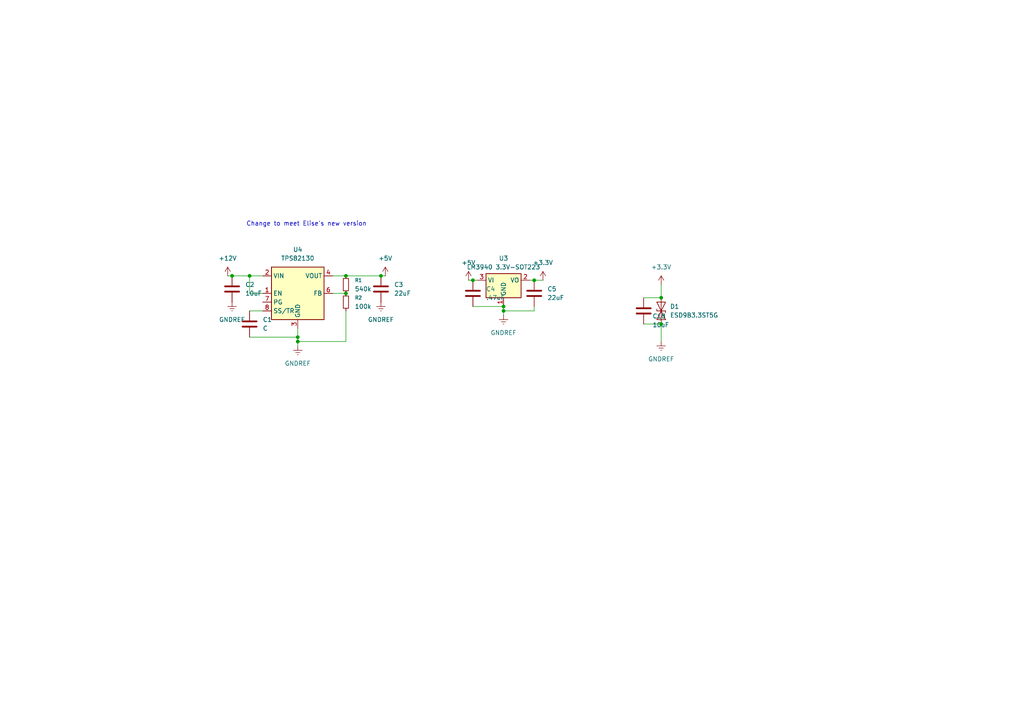
<source format=kicad_sch>
(kicad_sch (version 20250114) (generator "eeschema") (generator_version "9.0")
  (paper "A4")
  (title_block (title "Power Component Schematic") (date "2025-10-01") (company "CanaryCap") (comment 1 "Sebastian Arthur / Elise Bauerschmidt"))
  (lib_symbols
    (symbol "Device:C" (pin_numbers (hide yes)) (pin_names (offset 0.254))
      (property "Reference" "C" (at 0.635 2.54 0))
      (property "Value" "C" (at 0.635 -2.54 0))
      (symbol "C_0_1"
        (polyline (pts (xy -2.032 0.762) (xy 2.032 0.762)) (stroke (width 0.508)))
        (polyline (pts (xy -2.032 -0.762) (xy 2.032 -0.762)) (stroke (width 0.508)))
      )
      (symbol "C_1_1"
        (pin passive line (at 0 3.81 270) (length 2.794) (name "~") (number "1"))
        (pin passive line (at 0 -3.81 90) (length 2.794) (name "~") (number "2"))
      )
    )
    (symbol "Device:R_Small" (pin_numbers (hide yes)) (pin_names (offset 0.254) (hide yes))
      (property "Reference" "R" (at 0 0 90))
      (property "Value" "R_Small" (at 1.778 0 90))
      (symbol "R_Small_0_1"
        (rectangle (start -0.762 1.778) (end 0.762 -1.778) (stroke (width 0.2032)))
      )
      (symbol "R_Small_1_1"
        (pin passive line (at 0 2.54 270) (length 0.762) (name "~") (number "1"))
        (pin passive line (at 0 -2.54 90) (length 0.762) (name "~") (number "2"))
      )
    )
    (symbol "Diode:ESD9B3.3ST5G" (pin_numbers (hide yes)) (pin_names (offset 1.016) (hide yes))
      (property "Reference" "D" (at 0 2.54 0))
      (property "Value" "ESD9B3.3ST5G" (at 0 -2.54 0))
      (symbol "ESD9B3.3ST5G_0_1"
        (polyline (pts (xy -2.54 -1.27) (xy 0 0) (xy -2.54 1.27) (xy -2.54 -1.27)) (stroke (width 0.2032)))
        (polyline (pts (xy 0.508 1.27) (xy 0 1.27) (xy 0 -1.27) (xy -0.508 -1.27)) (stroke (width 0.2032)))
        (polyline (pts (xy 1.27 0) (xy -1.27 0)))
        (polyline (pts (xy 2.54 1.27) (xy 2.54 -1.27) (xy 0 0) (xy 2.54 1.27)) (stroke (width 0.2032)))
      )
      (symbol "ESD9B3.3ST5G_1_1"
        (pin passive line (at -3.81 0 0) (length 2.54) (name "A1") (number "1"))
        (pin passive line (at 3.81 0 180) (length 2.54) (name "A2") (number "2"))
      )
    )
    (symbol "Regulator_Linear:NCP1117-3.3_SOT223"
      (property "Reference" "U" (at -3.81 3.175 0))
      (property "Value" "NCP1117-3.3_SOT223" (at 0 3.175 0))
      (symbol "NCP1117-3.3_SOT223_0_1"
        (rectangle (start -5.08 -5.08) (end 5.08 1.905) (stroke (width 0.254)) (fill (type background)))
      )
      (symbol "NCP1117-3.3_SOT223_1_1"
        (pin power_in line (at -7.62 0 0) (length 2.54) (name "VI") (number "3"))
        (pin power_in line (at 0 -7.62 90) (length 2.54) (name "GND") (number "1"))
        (pin power_out line (at 7.62 0 180) (length 2.54) (name "VO") (number "2"))
      )
    )
    (symbol "Regulator_Switching:TPS82130"
      (property "Reference" "U" (at 1.27 11.43 0))
      (property "Value" "TPS82130" (at 5.08 8.89 0))
      (symbol "TPS82130_0_1"
        (rectangle (start -7.62 7.62) (end 7.62 -7.62) (stroke (width 0.254)) (fill (type background)))
      )
      (symbol "TPS82130_1_1"
        (pin power_in line (at -10.16 5.08 0) (length 2.54) (name "VIN") (number "2"))
        (pin input line (at -10.16 0 0) (length 2.54) (name "EN") (number "1"))
        (pin open_collector line (at -10.16 -2.54 0) (length 2.54) (name "PG") (number "7"))
        (pin input line (at -10.16 -5.08 0) (length 2.54) (name "SS/TR") (number "8"))
        (pin power_in line (at 0 -10.16 90) (length 2.54) (name "GND") (number "3"))
        (pin passive line (at 0 -10.16 90) (length 2.54) (hide yes) (name "GND") (number "9"))
        (pin power_out line (at 10.16 5.08 180) (length 2.54) (name "VOUT") (number "4"))
        (pin passive line (at 10.16 5.08 180) (length 2.54) (hide yes) (name "VOUT") (number "5"))
        (pin input line (at 10.16 0 180) (length 2.54) (name "FB") (number "6"))
      )
    )
    (symbol "power:+12V" (power) (pin_numbers (hide yes)) (pin_names (offset 0) (hide yes))
      (property "Value" "+12V" (at 0 3.556 0))
      (symbol "+12V_0_1"
        (polyline (pts (xy -0.762 1.27) (xy 0 2.54)))
        (polyline (pts (xy 0 2.54) (xy 0.762 1.27)))
        (polyline (pts (xy 0 0) (xy 0 2.54)))
      )
      (symbol "+12V_1_1"
        (pin power_in line (at 0 0 90) (length 0) (name "~") (number "1"))
      )
    )
    (symbol "power:+3.3V" (power) (pin_numbers (hide yes)) (pin_names (offset 0) (hide yes))
      (property "Value" "+3.3V" (at 0 3.556 0))
      (symbol "+3.3V_0_1"
        (polyline (pts (xy -0.762 1.27) (xy 0 2.54)))
        (polyline (pts (xy 0 2.54) (xy 0.762 1.27)))
        (polyline (pts (xy 0 0) (xy 0 2.54)))
      )
      (symbol "+3.3V_1_1"
        (pin power_in line (at 0 0 90) (length 0) (name "~") (number "1"))
      )
    )
    (symbol "power:+5V" (power) (pin_numbers (hide yes)) (pin_names (offset 0) (hide yes))
      (property "Value" "+5V" (at 0 3.556 0))
      (symbol "+5V_0_1"
        (polyline (pts (xy -0.762 1.27) (xy 0 2.54)))
        (polyline (pts (xy 0 2.54) (xy 0.762 1.27)))
        (polyline (pts (xy 0 0) (xy 0 2.54)))
      )
      (symbol "+5V_1_1"
        (pin power_in line (at 0 0 90) (length 0) (name "~") (number "1"))
      )
    )
    (symbol "power:GNDREF" (power) (pin_numbers (hide yes)) (pin_names (offset 0) (hide yes))
      (property "Value" "GNDREF" (at 0 -3.81 0))
      (symbol "GNDREF_0_1"
        (polyline (pts (xy -0.635 -1.905) (xy 0.635 -1.905)))
        (polyline (pts (xy -0.127 -2.54) (xy 0.127 -2.54)))
        (polyline (pts (xy 0 -1.27) (xy 0 0)))
        (polyline (pts (xy 1.27 -1.27) (xy -1.27 -1.27)))
      )
      (symbol "GNDREF_1_1"
        (pin power_in line (at 0 0 270) (length 0) (name "~") (number "1"))
      )
    )
  )
  (text "Change to meet Elise's new version\n" (at 88.9 65.024 0) (effects (font (size 1.27 1.27))))
  (junction (at 72.39 80.01))
  (junction (at 86.36 97.79))
  (junction (at 100.33 85.09))
  (junction (at 191.77 93.98))
  (junction (at 191.77 86.36))
  (junction (at 137.16 81.28))
  (junction (at 110.49 80.01))
  (junction (at 100.33 80.01))
  (junction (at 146.05 90.17))
  (junction (at 86.36 99.06))
  (junction (at 154.94 81.28))
  (junction (at 67.31 80.01))
  (junction (at 146.05 88.9))
  (wire (pts (xy 146.05 90.17) (xy 146.05 88.9)))
  (wire (pts (xy 96.52 85.09) (xy 100.33 85.09)))
  (wire (pts (xy 135.89 81.28) (xy 137.16 81.28)))
  (wire (pts (xy 137.16 81.28) (xy 138.43 81.28)))
  (wire (pts (xy 72.39 90.17) (xy 76.2 90.17)))
  (wire (pts (xy 86.36 97.79) (xy 86.36 95.25)))
  (wire (pts (xy 86.36 99.06) (xy 86.36 97.79)))
  (wire (pts (xy 154.94 90.17) (xy 146.05 90.17)))
  (wire (pts (xy 96.52 80.01) (xy 100.33 80.01)))
  (wire (pts (xy 146.05 91.44) (xy 146.05 90.17)))
  (wire (pts (xy 100.33 90.17) (xy 100.33 99.06)))
  (wire (pts (xy 76.2 85.09) (xy 72.39 85.09)))
  (wire (pts (xy 111.76 80.01) (xy 110.49 80.01)))
  (wire (pts (xy 154.94 81.28) (xy 157.48 81.28)))
  (wire (pts (xy 86.36 100.33) (xy 86.36 99.06)))
  (wire (pts (xy 67.31 80.01) (xy 72.39 80.01)))
  (wire (pts (xy 72.39 97.79) (xy 86.36 97.79)))
  (wire (pts (xy 110.49 80.01) (xy 100.33 80.01)))
  (wire (pts (xy 72.39 80.01) (xy 76.2 80.01)))
  (wire (pts (xy 186.69 86.36) (xy 191.77 86.36)))
  (wire (pts (xy 137.16 88.9) (xy 146.05 88.9)))
  (wire (pts (xy 154.94 88.9) (xy 154.94 90.17)))
  (wire (pts (xy 66.04 80.01) (xy 67.31 80.01)))
  (wire (pts (xy 153.67 81.28) (xy 154.94 81.28)))
  (wire (pts (xy 72.39 85.09) (xy 72.39 80.01)))
  (wire (pts (xy 191.77 99.06) (xy 191.77 93.98)))
  (wire (pts (xy 100.33 99.06) (xy 86.36 99.06)))
  (wire (pts (xy 186.69 93.98) (xy 191.77 93.98)))
  (wire (pts (xy 191.77 82.55) (xy 191.77 86.36)))
  (symbol (lib_id "power:+3.3V") (at 157.48 81.28 0) (unit 1)
    (property "Reference" "#PWR07" (effects (hide yes)))
    (property "Value" "+3.3V" (at 157.48 76.2 0))
    (property "Description" "Power symbol creates a global label with name \"+3.3V\"" (effects (hide yes)))
  )
  (symbol (lib_id "power:+12V") (at 66.04 80.01 0) (unit 1)
    (property "Reference" "#PWR03" (effects (hide yes)))
    (property "Value" "+12V" (at 66.04 74.93 0))
    (property "Description" "Power symbol creates a global label with name \"+12V\"" (effects (hide yes)))
  )
  (symbol (lib_id "Device:C") (at 67.31 83.82 0) (unit 1)
    (property "Reference" "C2" (at 71.12 82.5499 0) (effects (justify left)))
    (property "Value" "10uF" (at 71.12 85.0899 0) (effects (justify left)))
    (property "Footprint" "Capacitor_SMD:C_0603_1608Metric_Pad1.08x0.95mm_HandSolder" (effects (hide yes)))
    (property "Description" "Unpolarized capacitor" (effects (hide yes)))
  )
  (symbol (lib_id "Regulator_Switching:TPS82130") (at 86.36 85.09 0) (unit 1)
    (property "Reference" "U4" (at 86.36 72.39 0))
    (property "Value" "TPS82130" (at 86.36 74.93 0))
    (property "Footprint" "Package_LGA:Texas_SIL0008D_MicroSiP-8-1EP_2.8x3mm_P0.65mm_EP1.1x1.9mm_ThermalVias" (effects (hide yes)))
    (property "Datasheet" "http://www.ti.com/lit/ds/symlink/tps82130.pdf" (effects (hide yes)))
    (property "Description" "17V Input 3A Step-Down Converter MicroSiP Module with Integrated Inductor, μSiL-8" (effects (hide yes)))
  )
  (symbol (lib_id "Device:R_Small") (at 100.33 82.55 0) (unit 1)
    (property "Reference" "R1" (at 102.87 81.2799 0) (effects (font (size 1.016 1.016)) (justify left)))
    (property "Value" "540k" (at 102.87 83.8199 0) (effects (justify left)))
    (property "Footprint" "Resistor_SMD:R_0603_1608Metric_Pad0.98x0.95mm_HandSolder" (effects (hide yes)))
    (property "Description" "Resistor, small symbol" (effects (hide yes)))
  )
  (symbol (lib_id "power:GNDREF") (at 110.49 87.63 0) (unit 1)
    (property "Reference" "#PWR010" (effects (hide yes)))
    (property "Value" "GNDREF" (at 110.49 92.71 0))
    (property "Description" "Power symbol creates a global label with name \"GNDREF\" , reference supply ground" (effects (hide yes)))
  )
  (symbol (lib_id "power:+5V") (at 111.76 80.01 0) (unit 1)
    (property "Reference" "#PWR04" (effects (hide yes)))
    (property "Value" "+5V" (at 111.76 74.93 0))
    (property "Description" "Power symbol creates a global label with name \"+5V\"" (effects (hide yes)))
  )
  (symbol (lib_id "power:+3.3V") (at 191.77 82.55 0) (unit 1)
    (property "Reference" "#PWR019" (effects (hide yes)))
    (property "Value" "+3.3V" (at 191.77 77.47 0))
    (property "Description" "Power symbol creates a global label with name \"+3.3V\"" (effects (hide yes)))
  )
  (symbol (lib_id "power:GNDREF") (at 86.36 100.33 0) (unit 1)
    (property "Reference" "#PWR05" (effects (hide yes)))
    (property "Value" "GNDREF" (at 86.36 105.41 0))
    (property "Description" "Power symbol creates a global label with name \"GNDREF\" , reference supply ground" (effects (hide yes)))
  )
  (symbol (lib_id "Diode:ESD9B3.3ST5G") (at 191.77 90.17 90) (unit 1)
    (property "Reference" "D1" (at 194.31 88.8999 90) (effects (justify right)))
    (property "Value" "ESD9B3.3ST5G" (at 194.31 91.4399 90) (effects (justify right)))
    (property "Footprint" "Diode_SMD:D_SOD-923" (effects (hide yes)))
    (property "Datasheet" "https://www.onsemi.com/pub/Collateral/ESD9B-D.PDF" (effects (hide yes)))
    (property "Description" "ESD protection diode, 3.3Vrwm, SOD-923" (effects (hide yes)))
  )
  (symbol (lib_id "Device:C") (at 72.39 93.98 0) (unit 1)
    (property "Reference" "C1" (at 76.2 92.7099 0) (effects (justify left)))
    (property "Value" "C" (at 76.2 95.2499 0) (effects (justify left)))
    (property "Footprint" "Capacitor_SMD:C_0603_1608Metric_Pad1.08x0.95mm_HandSolder" (effects (hide yes)))
    (property "Description" "Unpolarized capacitor" (effects (hide yes)))
  )
  (symbol (lib_id "Device:R_Small") (at 100.33 87.63 0) (unit 1)
    (property "Reference" "R2" (at 102.87 86.3599 0) (effects (font (size 1.016 1.016)) (justify left)))
    (property "Value" "100k" (at 102.87 88.8999 0) (effects (justify left)))
    (property "Footprint" "Resistor_SMD:R_0603_1608Metric_Pad0.98x0.95mm_HandSolder" (effects (hide yes)))
    (property "Description" "Resistor, small symbol" (effects (hide yes)))
  )
  (symbol (lib_id "power:+5V") (at 135.89 81.28 0) (unit 1)
    (property "Reference" "#PWR06" (effects (hide yes)))
    (property "Value" "+5V" (at 135.89 76.2 0))
    (property "Description" "Power symbol creates a global label with name \"+5V\"" (effects (hide yes)))
  )
  (symbol (lib_id "Device:C") (at 186.69 90.17 0) (unit 1)
    (property "Reference" "C18" (at 189.23 91.694 0) (effects (justify left)))
    (property "Value" "10uF" (at 189.23 94.234 0) (effects (justify left)))
    (property "Footprint" "Capacitor_SMD:C_0603_1608Metric_Pad1.08x0.95mm_HandSolder" (effects (hide yes)))
    (property "Description" "Unpolarized capacitor" (effects (hide yes)))
  )
  (symbol (lib_id "power:GNDREF") (at 191.77 99.06 0) (unit 1)
    (property "Reference" "#PWR020" (effects (hide yes)))
    (property "Value" "GNDREF" (at 191.77 104.14 0))
    (property "Description" "Power symbol creates a global label with name \"GNDREF\" , reference supply ground" (effects (hide yes)))
  )
  (symbol (lib_id "Regulator_Linear:NCP1117-3.3_SOT223") (at 146.05 81.28 0) (unit 1)
    (property "Reference" "U3" (at 146.05 74.93 0))
    (property "Value" "LM3940 3.3V-SOT223" (at 146.05 77.47 0))
    (property "Footprint" "Package_TO_SOT_SMD:SOT-223-3_TabPin2" (effects (hide yes)))
    (property "Datasheet" "https://www.ti.com/lit/ds/symlink/lm3940.pdf?ts=1758164229406" (effects (hide yes)))
    (property "Description" "1A Low drop-out regulator, Fixed Output 3.3V, SOT-223" (effects (hide yes)))
  )
  (symbol (lib_id "Device:C") (at 137.16 85.09 0) (unit 1)
    (property "Reference" "C4" (at 140.97 83.8199 0) (effects (justify left)))
    (property "Value" ".47uF" (at 140.97 86.3599 0) (effects (justify left)))
    (property "Footprint" "Capacitor_SMD:C_0603_1608Metric_Pad1.08x0.95mm_HandSolder" (effects (hide yes)))
    (property "Description" "Unpolarized capacitor" (effects (hide yes)))
  )
  (symbol (lib_id "power:GNDREF") (at 146.05 91.44 0) (unit 1)
    (property "Reference" "#PWR08" (effects (hide yes)))
    (property "Value" "GNDREF" (at 146.05 96.52 0))
    (property "Description" "Power symbol creates a global label with name \"GNDREF\" , reference supply ground" (effects (hide yes)))
  )
  (symbol (lib_id "Device:C") (at 154.94 85.09 0) (unit 1)
    (property "Reference" "C5" (at 158.75 83.8199 0) (effects (justify left)))
    (property "Value" "22uF" (at 158.75 86.3599 0) (effects (justify left)))
    (property "Footprint" "Capacitor_SMD:C_0603_1608Metric_Pad1.08x0.95mm_HandSolder" (effects (hide yes)))
    (property "Description" "Unpolarized capacitor" (effects (hide yes)))
  )
  (symbol (lib_id "power:GNDREF") (at 67.31 87.63 0) (unit 1)
    (property "Reference" "#PWR09" (effects (hide yes)))
    (property "Value" "GNDREF" (at 67.31 92.71 0))
    (property "Description" "Power symbol creates a global label with name \"GNDREF\" , reference supply ground" (effects (hide yes)))
  )
  (symbol (lib_id "Device:C") (at 110.49 83.82 0) (unit 1)
    (property "Reference" "C3" (at 114.3 82.5499 0) (effects (justify left)))
    (property "Value" "22uF" (at 114.3 85.0899 0) (effects (justify left)))
    (property "Footprint" "Capacitor_SMD:C_0603_1608Metric_Pad1.08x0.95mm_HandSolder" (effects (hide yes)))
    (property "Description" "Unpolarized capacitor" (effects (hide yes)))
  )
)
</source>
